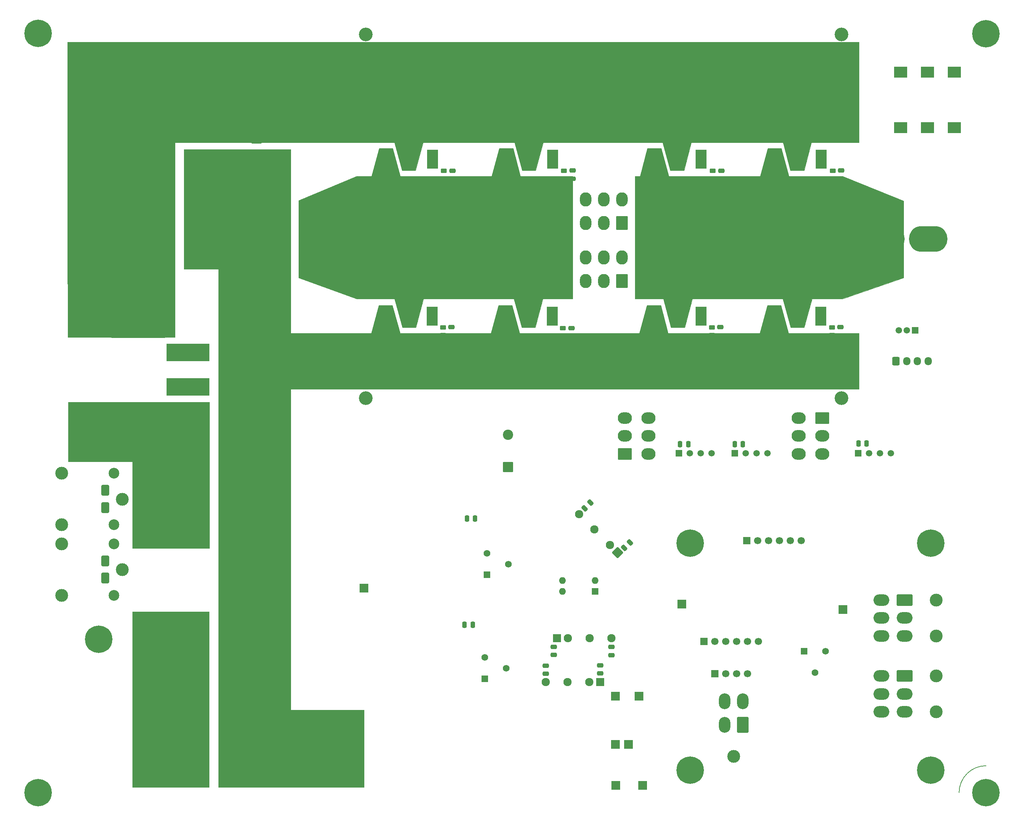
<source format=gbs>
%TF.GenerationSoftware,KiCad,Pcbnew,9.0.2*%
%TF.CreationDate,2026-01-04T16:23:38+07:00*%
%TF.ProjectId,Controller48V,436f6e74-726f-46c6-9c65-723438562e6b,rev?*%
%TF.SameCoordinates,Original*%
%TF.FileFunction,Soldermask,Bot*%
%TF.FilePolarity,Negative*%
%FSLAX46Y46*%
G04 Gerber Fmt 4.6, Leading zero omitted, Abs format (unit mm)*
G04 Created by KiCad (PCBNEW 9.0.2) date 2026-01-04 16:23:38*
%MOMM*%
%LPD*%
G01*
G04 APERTURE LIST*
G04 Aperture macros list*
%AMRoundRect*
0 Rectangle with rounded corners*
0 $1 Rounding radius*
0 $2 $3 $4 $5 $6 $7 $8 $9 X,Y pos of 4 corners*
0 Add a 4 corners polygon primitive as box body*
4,1,4,$2,$3,$4,$5,$6,$7,$8,$9,$2,$3,0*
0 Add four circle primitives for the rounded corners*
1,1,$1+$1,$2,$3*
1,1,$1+$1,$4,$5*
1,1,$1+$1,$6,$7*
1,1,$1+$1,$8,$9*
0 Add four rect primitives between the rounded corners*
20,1,$1+$1,$2,$3,$4,$5,0*
20,1,$1+$1,$4,$5,$6,$7,0*
20,1,$1+$1,$6,$7,$8,$9,0*
20,1,$1+$1,$8,$9,$2,$3,0*%
%AMHorizOval*
0 Thick line with rounded ends*
0 $1 width*
0 $2 $3 position (X,Y) of the first rounded end (center of the circle)*
0 $4 $5 position (X,Y) of the second rounded end (center of the circle)*
0 Add line between two ends*
20,1,$1,$2,$3,$4,$5,0*
0 Add two circle primitives to create the rounded ends*
1,1,$1,$2,$3*
1,1,$1,$4,$5*%
%AMFreePoly0*
4,1,5,1.500000,-1.250000,-1.500000,-1.250000,-1.500000,1.250000,1.500000,1.250000,1.500000,-1.250000,1.500000,-1.250000,$1*%
%AMFreePoly1*
4,1,5,5.000000,-2.000000,-5.000000,-2.000000,-5.000000,2.000000,5.000000,2.000000,5.000000,-2.000000,5.000000,-2.000000,$1*%
G04 Aperture macros list end*
%ADD10C,0.200000*%
%ADD11C,0.100000*%
%ADD12C,0.050000*%
%ADD13FreePoly0,0.000000*%
%ADD14FreePoly0,180.000000*%
%ADD15R,1.498600X1.498600*%
%ADD16C,1.498600*%
%ADD17RoundRect,0.250000X-0.600000X-0.725000X0.600000X-0.725000X0.600000X0.725000X-0.600000X0.725000X0*%
%ADD18O,1.700000X1.950000*%
%ADD19R,2.000000X2.000000*%
%ADD20C,6.400000*%
%ADD21RoundRect,0.250001X1.099999X1.399999X-1.099999X1.399999X-1.099999X-1.399999X1.099999X-1.399999X0*%
%ADD22O,2.700000X3.300000*%
%ADD23RoundRect,0.250001X1.399999X-1.099999X1.399999X1.099999X-1.399999X1.099999X-1.399999X-1.099999X0*%
%ADD24O,3.300000X2.700000*%
%ADD25RoundRect,0.102000X1.219759X0.000000X0.000000X1.219759X-1.219759X0.000000X0.000000X-1.219759X0*%
%ADD26C,1.929000*%
%ADD27RoundRect,0.102000X0.862500X0.862500X-0.862500X0.862500X-0.862500X-0.862500X0.862500X-0.862500X0*%
%ADD28R,1.700000X1.700000*%
%ADD29C,1.700000*%
%ADD30C,3.000000*%
%ADD31C,2.500000*%
%ADD32RoundRect,0.102000X-0.862500X-0.862500X0.862500X-0.862500X0.862500X0.862500X-0.862500X0.862500X0*%
%ADD33R,1.560000X1.560000*%
%ADD34C,1.560000*%
%ADD35C,0.800000*%
%ADD36RoundRect,0.250001X-1.599999X1.099999X-1.599999X-1.099999X1.599999X-1.099999X1.599999X1.099999X0*%
%ADD37O,3.700000X2.700000*%
%ADD38RoundRect,0.250001X-1.399999X1.099999X-1.399999X-1.099999X1.399999X-1.099999X1.399999X1.099999X0*%
%ADD39R,1.600000X1.600000*%
%ADD40O,1.600000X1.600000*%
%ADD41RoundRect,0.250001X0.949999X-0.949999X0.949999X0.949999X-0.949999X0.949999X-0.949999X-0.949999X0*%
%ADD42C,2.400000*%
%ADD43RoundRect,0.250001X1.099999X1.599999X-1.099999X1.599999X-1.099999X-1.599999X1.099999X-1.599999X0*%
%ADD44O,2.700000X3.700000*%
%ADD45C,4.000000*%
%ADD46R,2.500000X4.500000*%
%ADD47O,2.500000X4.500000*%
%ADD48RoundRect,0.250000X-0.475000X0.250000X-0.475000X-0.250000X0.475000X-0.250000X0.475000X0.250000X0*%
%ADD49RoundRect,0.250000X-0.250000X-0.475000X0.250000X-0.475000X0.250000X0.475000X-0.250000X0.475000X0*%
%ADD50RoundRect,0.250001X-0.949999X-0.949999X0.949999X-0.949999X0.949999X0.949999X-0.949999X0.949999X0*%
%ADD51RoundRect,0.250000X0.475000X-0.250000X0.475000X0.250000X-0.475000X0.250000X-0.475000X-0.250000X0*%
%ADD52RoundRect,0.250000X0.450000X-0.262500X0.450000X0.262500X-0.450000X0.262500X-0.450000X-0.262500X0*%
%ADD53R,1.500000X1.500000*%
%ADD54C,1.500000*%
%ADD55HorizOval,0.800000X0.000000X0.000000X0.000000X0.000000X0*%
%ADD56HorizOval,0.800000X0.000000X0.000000X0.000000X0.000000X0*%
%ADD57O,9.000000X6.000000*%
%ADD58RoundRect,0.250000X0.650000X-1.000000X0.650000X1.000000X-0.650000X1.000000X-0.650000X-1.000000X0*%
%ADD59RoundRect,0.250000X0.159099X-0.512652X0.512652X-0.159099X-0.159099X0.512652X-0.512652X0.159099X0*%
%ADD60C,12.000000*%
%ADD61FreePoly1,0.000000*%
%ADD62C,3.200000*%
%ADD63C,11.000000*%
%ADD64RoundRect,0.250001X-0.949999X0.949999X-0.949999X-0.949999X0.949999X-0.949999X0.949999X0.949999X0*%
G04 APERTURE END LIST*
D10*
X310721306Y-222778638D02*
G75*
G02*
X316999975Y-216499906I6278694J38D01*
G01*
D11*
X287328321Y-71000009D02*
X228773683Y-71002956D01*
X228773683Y-65665877D01*
X226816682Y-65665877D01*
X226816682Y-47500000D01*
X287328321Y-47500000D01*
X287328321Y-71000009D01*
G36*
X287328321Y-71000009D02*
G01*
X228773683Y-71002956D01*
X228773683Y-65665877D01*
X226816682Y-65665877D01*
X226816682Y-47500000D01*
X287328321Y-47500000D01*
X287328321Y-71000009D01*
G37*
X127759509Y-104000000D02*
X102686200Y-104000000D01*
X102686200Y-70994357D01*
X127759509Y-70994357D01*
X127759509Y-104000000D01*
G36*
X127759509Y-104000000D02*
G01*
X102686200Y-104000000D01*
X102686200Y-70994357D01*
X127759509Y-70994357D01*
X127759509Y-104000000D01*
G37*
D12*
X220508940Y-82188653D02*
X204604215Y-82188213D01*
X204605407Y-81873492D01*
X217194849Y-81853768D01*
X218606549Y-80499156D01*
X219712996Y-80311144D01*
X219747193Y-78887165D01*
X220508940Y-78885322D01*
X220508940Y-82188653D01*
G36*
X220508940Y-82188653D02*
G01*
X204604215Y-82188213D01*
X204605407Y-81873492D01*
X217194849Y-81853768D01*
X218606549Y-80499156D01*
X219712996Y-80311144D01*
X219747193Y-78887165D01*
X220508940Y-78885322D01*
X220508940Y-82188653D01*
G37*
D11*
X183907617Y-77479614D02*
X180741078Y-77476165D01*
X178985330Y-71000000D01*
X185666814Y-71000000D01*
X183907617Y-77479614D01*
G36*
X183907617Y-77479614D02*
G01*
X180741078Y-77476165D01*
X178985330Y-71000000D01*
X185666814Y-71000000D01*
X183907617Y-77479614D01*
G37*
X269146343Y-109013171D02*
X270905628Y-115499248D01*
X264224144Y-115499248D01*
X265976781Y-109011877D01*
X269146343Y-109013171D01*
G36*
X269146343Y-109013171D02*
G01*
X270905628Y-115499248D01*
X264224144Y-115499248D01*
X265976781Y-109011877D01*
X269146343Y-109013171D01*
G37*
X297777590Y-84611204D02*
X297764101Y-102513488D01*
X283500863Y-107478427D01*
X283500000Y-78833027D01*
X297777590Y-84611204D01*
G36*
X297777590Y-84611204D02*
G01*
X297764101Y-102513488D01*
X283500863Y-107478427D01*
X283500000Y-78833027D01*
X297777590Y-84611204D01*
G37*
X170140166Y-78883507D02*
X220531722Y-78883507D01*
X220531722Y-107476701D01*
X170140166Y-107476701D01*
X170140166Y-78883507D01*
G36*
X170140166Y-78883507D02*
G01*
X220531722Y-78883507D01*
X220531722Y-107476701D01*
X170140166Y-107476701D01*
X170140166Y-78883507D01*
G37*
X178581681Y-72343002D02*
X180340966Y-78829079D01*
X173659482Y-78829079D01*
X175412119Y-72341708D01*
X178581681Y-72343002D01*
G36*
X178581681Y-72343002D02*
G01*
X180340966Y-78829079D01*
X173659482Y-78829079D01*
X175412119Y-72341708D01*
X178581681Y-72343002D01*
G37*
X211942996Y-77479614D02*
X208776457Y-77476165D01*
X207020709Y-71000000D01*
X213702193Y-71000000D01*
X211942996Y-77479614D01*
G36*
X211942996Y-77479614D02*
G01*
X208776457Y-77476165D01*
X207020709Y-71000000D01*
X213702193Y-71000000D01*
X211942996Y-77479614D01*
G37*
X135791706Y-165748416D02*
X117796011Y-165719894D01*
X117865727Y-145484269D01*
X102879614Y-145500000D01*
X102879614Y-131578199D01*
X135791706Y-131578199D01*
X135791706Y-165748416D01*
G36*
X135791706Y-165748416D02*
G01*
X117796011Y-165719894D01*
X117865727Y-145484269D01*
X102879614Y-145500000D01*
X102879614Y-131578199D01*
X135791706Y-131578199D01*
X135791706Y-165748416D01*
G37*
X170140166Y-107478715D02*
X156643585Y-102575221D01*
X156641401Y-84596106D01*
X170140166Y-84500000D01*
X170140166Y-107478715D01*
G36*
X170140166Y-107478715D02*
G01*
X156643585Y-102575221D01*
X156641401Y-84596106D01*
X170140166Y-84500000D01*
X170140166Y-107478715D01*
G37*
X269232038Y-72338975D02*
X270991323Y-78825052D01*
X264309839Y-78825052D01*
X266062476Y-72337681D01*
X269232038Y-72338975D01*
G36*
X269232038Y-72338975D02*
G01*
X270991323Y-78825052D01*
X264309839Y-78825052D01*
X266062476Y-72337681D01*
X269232038Y-72338975D01*
G37*
X206402460Y-109009047D02*
X208161745Y-115495124D01*
X201480261Y-115495124D01*
X203232898Y-109007753D01*
X206402460Y-109009047D01*
G36*
X206402460Y-109009047D02*
G01*
X208161745Y-115495124D01*
X201480261Y-115495124D01*
X203232898Y-109007753D01*
X206402460Y-109009047D01*
G37*
X127748192Y-104505540D02*
X127769676Y-116453186D01*
X123150939Y-116500000D01*
X102749216Y-116446736D01*
X102686200Y-70994357D01*
X127759509Y-70994357D01*
X127748192Y-104505540D01*
G36*
X127748192Y-104505540D02*
G01*
X127769676Y-116453186D01*
X123150939Y-116500000D01*
X102749216Y-116446736D01*
X102686200Y-70994357D01*
X127759509Y-70994357D01*
X127748192Y-104505540D01*
G37*
X274529123Y-77479614D02*
X271362584Y-77476165D01*
X269606836Y-71000000D01*
X276288320Y-71000000D01*
X274529123Y-77479614D01*
G36*
X274529123Y-77479614D02*
G01*
X271362584Y-77476165D01*
X269606836Y-71000000D01*
X276288320Y-71000000D01*
X274529123Y-77479614D01*
G37*
X206612919Y-72355310D02*
X208372204Y-78841387D01*
X201690720Y-78841387D01*
X203443357Y-72354016D01*
X206612919Y-72355310D01*
G36*
X206612919Y-72355310D02*
G01*
X208372204Y-78841387D01*
X201690720Y-78841387D01*
X203443357Y-72354016D01*
X206612919Y-72355310D01*
G37*
X246495169Y-77485707D02*
X243328630Y-77482258D01*
X241572882Y-71006093D01*
X248254366Y-71006093D01*
X246495169Y-77485707D01*
G36*
X246495169Y-77485707D02*
G01*
X243328630Y-77482258D01*
X241572882Y-71006093D01*
X248254366Y-71006093D01*
X246495169Y-77485707D01*
G37*
X217311149Y-78877702D02*
X217312642Y-79100371D01*
X216485151Y-80075836D01*
X192524595Y-80075836D01*
X191502230Y-79129367D01*
X191500000Y-78875345D01*
X217311149Y-78877702D01*
G36*
X217311149Y-78877702D02*
G01*
X217312642Y-79100371D01*
X216485151Y-80075836D01*
X192524595Y-80075836D01*
X191502230Y-79129367D01*
X191500000Y-78875345D01*
X217311149Y-78877702D01*
G37*
X269232960Y-72339727D02*
X270992245Y-78825804D01*
X264310761Y-78825804D01*
X266063398Y-72338433D01*
X269232960Y-72339727D01*
G36*
X269232960Y-72339727D02*
G01*
X270992245Y-78825804D01*
X264310761Y-78825804D01*
X266063398Y-72338433D01*
X269232960Y-72339727D01*
G37*
X170140166Y-84500000D02*
X220531722Y-84500000D01*
X220531722Y-107476701D01*
X170140166Y-107476701D01*
X170140166Y-84500000D01*
G36*
X170140166Y-84500000D02*
G01*
X220531722Y-84500000D01*
X220531722Y-107476701D01*
X170140166Y-107476701D01*
X170140166Y-84500000D01*
G37*
X241080985Y-109020143D02*
X242840270Y-115506220D01*
X236158786Y-115506220D01*
X237911423Y-109018849D01*
X241080985Y-109020143D01*
G36*
X241080985Y-109020143D02*
G01*
X242840270Y-115506220D01*
X236158786Y-115506220D01*
X237911423Y-109018849D01*
X241080985Y-109020143D01*
G37*
X235073506Y-78829144D02*
X283500863Y-78829144D01*
X283500863Y-107480585D01*
X235073506Y-107480585D01*
X235073506Y-78829144D01*
G36*
X235073506Y-78829144D02*
G01*
X283500863Y-78829144D01*
X283500863Y-107480585D01*
X235073506Y-107480585D01*
X235073506Y-78829144D01*
G37*
X241190335Y-72355084D02*
X242949620Y-78841161D01*
X236268136Y-78841161D01*
X238020773Y-72353790D01*
X241190335Y-72355084D01*
G36*
X241190335Y-72355084D02*
G01*
X242949620Y-78841161D01*
X236268136Y-78841161D01*
X238020773Y-72353790D01*
X241190335Y-72355084D01*
G37*
X178581681Y-72343002D02*
X180340966Y-78829079D01*
X173659482Y-78829079D01*
X175412119Y-72341708D01*
X178581681Y-72343002D01*
G36*
X178581681Y-72343002D02*
G01*
X180340966Y-78829079D01*
X173659482Y-78829079D01*
X175412119Y-72341708D01*
X178581681Y-72343002D01*
G37*
X135687858Y-221500000D02*
X117811473Y-221500000D01*
X117811473Y-180569386D01*
X135687858Y-180569386D01*
X135687858Y-221500000D01*
G36*
X135687858Y-221500000D02*
G01*
X117811473Y-221500000D01*
X117811473Y-180569386D01*
X135687858Y-180569386D01*
X135687858Y-221500000D01*
G37*
X170140166Y-107478715D02*
X156643585Y-102575221D01*
X156641401Y-84596106D01*
X170140166Y-78883507D01*
X170140166Y-107478715D01*
G36*
X170140166Y-107478715D02*
G01*
X156643585Y-102575221D01*
X156641401Y-84596106D01*
X170140166Y-78883507D01*
X170140166Y-107478715D01*
G37*
X211942519Y-77478861D02*
X208775980Y-77475412D01*
X207020232Y-70999247D01*
X213701716Y-70999247D01*
X211942519Y-77478861D01*
G36*
X211942519Y-77478861D02*
G01*
X208775980Y-77475412D01*
X207020232Y-70999247D01*
X213701716Y-70999247D01*
X211942519Y-77478861D01*
G37*
X154716838Y-203500000D02*
X171878990Y-203500000D01*
X171878990Y-221500000D01*
X137901981Y-221500000D01*
X137901981Y-100500000D01*
X129878990Y-100500000D01*
X129878990Y-72578887D01*
X154716838Y-72578887D01*
X154716838Y-203500000D01*
G36*
X154716838Y-203500000D02*
G01*
X171878990Y-203500000D01*
X171878990Y-221500000D01*
X137901981Y-221500000D01*
X137901981Y-100500000D01*
X129878990Y-100500000D01*
X129878990Y-72578887D01*
X154716838Y-72578887D01*
X154716838Y-203500000D01*
G37*
D12*
X189216946Y-78847481D02*
X189289915Y-80399630D01*
X190409419Y-80481888D01*
X191824800Y-81826861D01*
X202277977Y-81826861D01*
X202535918Y-82535509D01*
X203892403Y-83876580D01*
X219701127Y-83876580D01*
X220531722Y-84500000D01*
X156597337Y-84562122D01*
X170133685Y-78834592D01*
X189216946Y-78847481D01*
G36*
X189216946Y-78847481D02*
G01*
X189289915Y-80399630D01*
X190409419Y-80481888D01*
X191824800Y-81826861D01*
X202277977Y-81826861D01*
X202535918Y-82535509D01*
X203892403Y-83876580D01*
X219701127Y-83876580D01*
X220531722Y-84500000D01*
X156597337Y-84562122D01*
X170133685Y-78834592D01*
X189216946Y-78847481D01*
G37*
D11*
X287355480Y-71000000D02*
X155500000Y-71000000D01*
X155500000Y-68502232D01*
X267000000Y-69000000D01*
X267000000Y-65500000D01*
X151500000Y-65500000D01*
X151500000Y-70999943D01*
X102686200Y-70994357D01*
X102704796Y-47500000D01*
X287355480Y-47500000D01*
X287355480Y-71000000D01*
G36*
X287355480Y-71000000D02*
G01*
X155500000Y-71000000D01*
X155500000Y-68502232D01*
X267000000Y-69000000D01*
X267000000Y-65500000D01*
X151500000Y-65500000D01*
X151500000Y-70999943D01*
X102686200Y-70994357D01*
X102704796Y-47500000D01*
X287355480Y-47500000D01*
X287355480Y-71000000D01*
G37*
X241166680Y-72345947D02*
X242925965Y-78832024D01*
X236244481Y-78832024D01*
X237997118Y-72344653D01*
X241166680Y-72345947D01*
G36*
X241166680Y-72345947D02*
G01*
X242925965Y-78832024D01*
X236244481Y-78832024D01*
X237997118Y-72344653D01*
X241166680Y-72345947D01*
G37*
X287331369Y-128508463D02*
X154331369Y-128508463D01*
X154331369Y-115508463D01*
X287331369Y-115508463D01*
X287331369Y-128508463D01*
G36*
X287331369Y-128508463D02*
G01*
X154331369Y-128508463D01*
X154331369Y-115508463D01*
X287331369Y-115508463D01*
X287331369Y-128508463D01*
G37*
X246492616Y-77482559D02*
X243326077Y-77479110D01*
X241570329Y-71002945D01*
X248251813Y-71002945D01*
X246492616Y-77482559D01*
G36*
X246492616Y-77482559D02*
G01*
X243326077Y-77479110D01*
X241570329Y-71002945D01*
X248251813Y-71002945D01*
X246492616Y-77482559D01*
G37*
X274573796Y-114137438D02*
X271404234Y-114136144D01*
X269509329Y-107150067D01*
X276461514Y-107150067D01*
X274573796Y-114137438D01*
G36*
X274573796Y-114137438D02*
G01*
X271404234Y-114136144D01*
X269509329Y-107150067D01*
X276461514Y-107150067D01*
X274573796Y-114137438D01*
G37*
X183907617Y-77479614D02*
X180741078Y-77476165D01*
X178985330Y-71000000D01*
X185666814Y-71000000D01*
X183907617Y-77479614D01*
G36*
X183907617Y-77479614D02*
G01*
X180741078Y-77476165D01*
X178985330Y-71000000D01*
X185666814Y-71000000D01*
X183907617Y-77479614D01*
G37*
X183972901Y-114143181D02*
X180803339Y-114141887D01*
X178908434Y-107155810D01*
X185860619Y-107155810D01*
X183972901Y-114143181D01*
G36*
X183972901Y-114143181D02*
G01*
X180803339Y-114141887D01*
X178908434Y-107155810D01*
X185860619Y-107155810D01*
X183972901Y-114143181D01*
G37*
X246686720Y-114141199D02*
X243517158Y-114139905D01*
X241622253Y-107153828D01*
X248574438Y-107153828D01*
X246686720Y-114141199D01*
G36*
X246686720Y-114141199D02*
G01*
X243517158Y-114139905D01*
X241622253Y-107153828D01*
X248574438Y-107153828D01*
X246686720Y-114141199D01*
G37*
X206616583Y-72342249D02*
X208375868Y-78828326D01*
X201694384Y-78828326D01*
X203447021Y-72340955D01*
X206616583Y-72342249D01*
G36*
X206616583Y-72342249D02*
G01*
X208375868Y-78828326D01*
X201694384Y-78828326D01*
X203447021Y-72340955D01*
X206616583Y-72342249D01*
G37*
X211830305Y-114141199D02*
X208660743Y-114139905D01*
X206765838Y-107153828D01*
X213718023Y-107153828D01*
X211830305Y-114141199D01*
G36*
X211830305Y-114141199D02*
G01*
X208660743Y-114139905D01*
X206765838Y-107153828D01*
X213718023Y-107153828D01*
X211830305Y-114141199D01*
G37*
X102704796Y-47500000D02*
X228816682Y-47500000D01*
X228816682Y-71000000D01*
X102704796Y-71000000D01*
X102704796Y-47500000D01*
G36*
X102704796Y-47500000D02*
G01*
X228816682Y-47500000D01*
X228816682Y-71000000D01*
X102704796Y-71000000D01*
X102704796Y-47500000D01*
G37*
X178495986Y-109017198D02*
X180286549Y-115618591D01*
X173542633Y-115618591D01*
X175326424Y-109015904D01*
X178495986Y-109017198D01*
G36*
X178495986Y-109017198D02*
G01*
X180286549Y-115618591D01*
X173542633Y-115618591D01*
X175326424Y-109015904D01*
X178495986Y-109017198D01*
G37*
X274527881Y-77479349D02*
X271361342Y-77475900D01*
X269605594Y-70999735D01*
X276287078Y-70999735D01*
X274527881Y-77479349D01*
G36*
X274527881Y-77479349D02*
G01*
X271361342Y-77475900D01*
X269605594Y-70999735D01*
X276287078Y-70999735D01*
X274527881Y-77479349D01*
G37*
D13*
%TO.C,H7*%
X133500000Y-219000000D03*
X133500000Y-206000000D03*
D14*
X127249893Y-219000000D03*
X127249893Y-206000000D03*
X121000000Y-219000000D03*
X121000000Y-206000000D03*
%TD*%
D15*
%TO.C,PS6*%
X287190000Y-143533200D03*
D16*
X289730000Y-143533200D03*
X292270000Y-143533200D03*
X294810000Y-143533200D03*
%TD*%
D17*
%TO.C,J17*%
X296000000Y-122000000D03*
D18*
X298500000Y-122000000D03*
X301000000Y-122000000D03*
X303500000Y-122000000D03*
%TD*%
D19*
%TO.C,TP8*%
X236839930Y-221130745D03*
%TD*%
%TO.C,TP9*%
X236000000Y-200236009D03*
%TD*%
D20*
%TO.C,H3*%
X304073857Y-217500000D03*
%TD*%
D19*
%TO.C,TP1*%
X171842076Y-175000000D03*
%TD*%
D14*
%TO.C,H5*%
X297073750Y-54528669D03*
X297073750Y-67528669D03*
D13*
X303323857Y-54528669D03*
X303323857Y-67528669D03*
X309573750Y-54528669D03*
X309573750Y-67528669D03*
%TD*%
D21*
%TO.C,J15*%
X232023857Y-103278669D03*
D22*
X227823857Y-103278669D03*
X223623857Y-103278669D03*
X232023857Y-97778669D03*
X227823857Y-97778669D03*
X223623857Y-97778669D03*
%TD*%
D23*
%TO.C,J14*%
X232750000Y-143705000D03*
D24*
X232750000Y-139505000D03*
X232750000Y-135305000D03*
X238250000Y-143705000D03*
X238250000Y-139505000D03*
X238250000Y-135305000D03*
%TD*%
D25*
%TO.C,PS5*%
X231042138Y-166738728D03*
D26*
X229246087Y-164942676D03*
X225653984Y-161350574D03*
X222061882Y-157758472D03*
%TD*%
D15*
%TO.C,PS1*%
X245370000Y-143570700D03*
D16*
X247910000Y-143570700D03*
X252990000Y-143570700D03*
X250450000Y-143570700D03*
%TD*%
D27*
%TO.C,PS4*%
X227000000Y-196990883D03*
D26*
X224460000Y-196990883D03*
X219380000Y-196990883D03*
X214300000Y-196990883D03*
%TD*%
D19*
%TO.C,TP5*%
X283573857Y-180000000D03*
%TD*%
D28*
%TO.C,J9*%
X253690000Y-195000000D03*
D29*
X256230000Y-195000000D03*
X258770000Y-195000000D03*
X261310000Y-195000000D03*
%TD*%
D19*
%TO.C,TP4*%
X246000000Y-178750000D03*
%TD*%
D20*
%TO.C,H1*%
X304073857Y-164500000D03*
%TD*%
D30*
%TO.C,K2*%
X115500000Y-170750000D03*
D31*
X113550000Y-164700000D03*
D30*
X101350000Y-164700000D03*
X101300000Y-176750000D03*
D31*
X113550000Y-176700000D03*
%TD*%
D19*
%TO.C,TP3*%
X233583160Y-211500000D03*
%TD*%
D32*
%TO.C,PS2*%
X216900836Y-186708361D03*
D26*
X219440836Y-186708361D03*
X224520836Y-186708361D03*
X229600836Y-186708361D03*
%TD*%
D33*
%TO.C,RV1*%
X200550000Y-171925000D03*
D34*
X205550000Y-169425000D03*
X200550000Y-166925000D03*
%TD*%
D35*
%TO.C,H10*%
X107600000Y-187000000D03*
X108302944Y-185302944D03*
X108302944Y-188697056D03*
X110000000Y-184600000D03*
D20*
X110000000Y-187000000D03*
D35*
X110000000Y-189400000D03*
X111697056Y-185302944D03*
X111697056Y-188697056D03*
X112400000Y-187000000D03*
%TD*%
%TO.C,H9*%
X107600000Y-92000000D03*
X108302944Y-90302944D03*
X108302944Y-93697056D03*
X110000000Y-89600000D03*
D20*
X110000000Y-92000000D03*
D35*
X110000000Y-94400000D03*
X111697056Y-90302944D03*
X111697056Y-93697056D03*
X112400000Y-92000000D03*
%TD*%
D20*
%TO.C,H2*%
X248000000Y-164500000D03*
%TD*%
D33*
%TO.C,RV3*%
X274573857Y-189788669D03*
D34*
X277073857Y-194788669D03*
X279573857Y-189788669D03*
%TD*%
D19*
%TO.C,TP7*%
X230522766Y-211496210D03*
%TD*%
D28*
%TO.C,J22*%
X261175000Y-163975000D03*
D29*
X263715000Y-163975000D03*
X266255000Y-163975000D03*
X268795000Y-163975000D03*
X271335000Y-163975000D03*
X273875000Y-163975000D03*
%TD*%
D28*
%TO.C,J19*%
X251175000Y-187475000D03*
D29*
X253715000Y-187475000D03*
X256255000Y-187475000D03*
X258795000Y-187475000D03*
X261335000Y-187475000D03*
X263875000Y-187475000D03*
%TD*%
D20*
%TO.C,H11*%
X95823857Y-45500000D03*
%TD*%
D19*
%TO.C,TP2*%
X230583160Y-221130745D03*
%TD*%
D20*
%TO.C,H14*%
X316987657Y-222778638D03*
%TD*%
D14*
%TO.C,H6*%
X159323857Y-87028669D03*
X159323857Y-100028669D03*
D13*
X165573964Y-87028669D03*
X165573964Y-100028669D03*
X171823857Y-87028669D03*
X171823857Y-100028669D03*
%TD*%
D30*
%TO.C,J12*%
X305348857Y-177795000D03*
X305348857Y-186195000D03*
D36*
X298048857Y-177795000D03*
D37*
X298048857Y-181995000D03*
X298048857Y-186195000D03*
X292548857Y-177795000D03*
X292548857Y-181995000D03*
X292548857Y-186195000D03*
%TD*%
D20*
%TO.C,H4*%
X248000000Y-217500000D03*
%TD*%
D15*
%TO.C,PS3*%
X258380000Y-143533200D03*
D16*
X260920000Y-143533200D03*
X266000000Y-143533200D03*
X263460000Y-143533200D03*
%TD*%
D30*
%TO.C,J13*%
X305348857Y-195516331D03*
X305348857Y-203916331D03*
D36*
X298048857Y-195516331D03*
D37*
X298048857Y-199716331D03*
X298048857Y-203916331D03*
X292548857Y-195516331D03*
X292548857Y-199716331D03*
X292548857Y-203916331D03*
%TD*%
D33*
%TO.C,RV2*%
X200023857Y-196229922D03*
D34*
X205023857Y-193729922D03*
X200023857Y-191229922D03*
%TD*%
D20*
%TO.C,H12*%
X316939651Y-45560337D03*
%TD*%
D38*
%TO.C,J11*%
X278750000Y-135295000D03*
D24*
X278750000Y-139495000D03*
X278750000Y-143695000D03*
X273250000Y-135295000D03*
X273250000Y-139495000D03*
X273250000Y-143695000D03*
%TD*%
D39*
%TO.C,U11*%
X225803857Y-175783669D03*
D40*
X225803857Y-173243669D03*
X218183857Y-173243669D03*
X218183857Y-175783669D03*
%TD*%
D20*
%TO.C,H13*%
X95823857Y-222778669D03*
%TD*%
D21*
%TO.C,J16*%
X232023857Y-89778669D03*
D22*
X227823857Y-89778669D03*
X223623857Y-89778669D03*
X232023857Y-84278669D03*
X227823857Y-84278669D03*
X223623857Y-84278669D03*
%TD*%
D41*
%TO.C,C41*%
X205500000Y-146750000D03*
D42*
X205500000Y-139250000D03*
%TD*%
D30*
%TO.C,J8*%
X258150000Y-214275000D03*
D43*
X260250000Y-206975000D03*
D44*
X256050000Y-206975000D03*
X260250000Y-201475000D03*
X256050000Y-201475000D03*
%TD*%
D13*
%TO.C,H8*%
X169250000Y-219000000D03*
X169250000Y-206000000D03*
D14*
X162999893Y-219000000D03*
X162999893Y-206000000D03*
X156750000Y-219000000D03*
X156750000Y-206000000D03*
%TD*%
D30*
%TO.C,K1*%
X115500000Y-154250000D03*
D31*
X113550000Y-148200000D03*
D30*
X101350000Y-148200000D03*
X101300000Y-160250000D03*
D31*
X113550000Y-160200000D03*
%TD*%
D19*
%TO.C,TP6*%
X230500000Y-200250000D03*
%TD*%
D45*
%TO.C,Q3*%
X273073857Y-55013669D03*
D46*
X278523857Y-74873669D03*
D47*
X273073857Y-74873669D03*
X267623857Y-74873669D03*
%TD*%
D48*
%TO.C,C5*%
X283033533Y-114085223D03*
X283033533Y-115985223D03*
%TD*%
D49*
%TO.C,C20*%
X258361782Y-141424999D03*
X260261782Y-141424999D03*
%TD*%
D45*
%TO.C,Q7*%
X182423857Y-55028669D03*
D46*
X187873857Y-74888669D03*
D47*
X182423857Y-74888669D03*
X176973857Y-74888669D03*
%TD*%
D48*
%TO.C,C4*%
X283217482Y-77525391D03*
X283217482Y-79425391D03*
%TD*%
%TO.C,C8*%
X220500000Y-77528669D03*
X220500000Y-79428669D03*
%TD*%
D45*
%TO.C,Q5*%
X210468304Y-55011979D03*
D46*
X215918304Y-74871979D03*
D47*
X210468304Y-74871979D03*
X205018304Y-74871979D03*
%TD*%
D50*
%TO.C,C29*%
X125311103Y-92028669D03*
D42*
X132811103Y-92028669D03*
%TD*%
D51*
%TO.C,C53*%
X214293115Y-195013072D03*
X214293115Y-193113072D03*
%TD*%
D52*
%TO.C,R14*%
X190283533Y-115947723D03*
X190283533Y-114122723D03*
%TD*%
%TO.C,R5*%
X253217482Y-79437891D03*
X253217482Y-77612891D03*
%TD*%
D53*
%TO.C,U1*%
X300433857Y-114853669D03*
D54*
X298523857Y-114853669D03*
X296613857Y-114853669D03*
D55*
X297473857Y-94083669D03*
D56*
X297473857Y-92823669D03*
D35*
X296723857Y-95113669D03*
X296723857Y-91793669D03*
X295523857Y-95503669D03*
X295523857Y-91403669D03*
X294193857Y-95503669D03*
X294193857Y-91403669D03*
D57*
X293523857Y-93453669D03*
D35*
X292853857Y-95503669D03*
X292853857Y-91403669D03*
X291523857Y-95503669D03*
X291523857Y-91403669D03*
X290323857Y-95113669D03*
X290323857Y-91793669D03*
X289573857Y-94083669D03*
X289573857Y-92823669D03*
X307473857Y-94083669D03*
X307473857Y-92823669D03*
X306723857Y-95113669D03*
X306723857Y-91793669D03*
X305523857Y-95503669D03*
X305523857Y-91403669D03*
X304193857Y-95503669D03*
X304193857Y-91403669D03*
D57*
X303523857Y-93453669D03*
D35*
X302853857Y-95503669D03*
X302853857Y-91403669D03*
X301523857Y-95503669D03*
X301523857Y-91403669D03*
X300323857Y-95113669D03*
X300323857Y-91793669D03*
D56*
X299573857Y-94083669D03*
D55*
X299573857Y-92823669D03*
%TD*%
D58*
%TO.C,D5*%
X111450000Y-172700000D03*
X111450000Y-168700000D03*
%TD*%
D48*
%TO.C,C62*%
X216116979Y-188729692D03*
X216116979Y-190629692D03*
%TD*%
%TO.C,C1*%
X255217482Y-77575391D03*
X255217482Y-79475391D03*
%TD*%
D45*
%TO.C,Q1*%
X245073857Y-55013669D03*
D46*
X250523857Y-74873669D03*
D47*
X245073857Y-74873669D03*
X239623857Y-74873669D03*
%TD*%
D49*
%TO.C,C19*%
X245635000Y-141425000D03*
X247535000Y-141425000D03*
%TD*%
D52*
%TO.C,R20*%
X218283533Y-116147723D03*
X218283533Y-114322723D03*
%TD*%
D59*
%TO.C,C50*%
X223328249Y-156421751D03*
X224671751Y-155078249D03*
%TD*%
D48*
%TO.C,C12*%
X220283533Y-114285223D03*
X220283533Y-116185223D03*
%TD*%
D49*
%TO.C,C30*%
X195900000Y-158775000D03*
X197800000Y-158775000D03*
%TD*%
D52*
%TO.C,R13*%
X218500000Y-79391169D03*
X218500000Y-77566169D03*
%TD*%
D48*
%TO.C,C11*%
X192500000Y-77578669D03*
X192500000Y-79478669D03*
%TD*%
D45*
%TO.C,Q6*%
X182323857Y-91693669D03*
D46*
X187773857Y-111553669D03*
D47*
X182323857Y-111553669D03*
X176873857Y-111553669D03*
%TD*%
D50*
%TO.C,C33*%
X125323857Y-74028669D03*
D42*
X132823857Y-74028669D03*
%TD*%
D48*
%TO.C,C61*%
X229616979Y-188779692D03*
X229616979Y-190679692D03*
%TD*%
D51*
%TO.C,C54*%
X227000000Y-194950000D03*
X227000000Y-193050000D03*
%TD*%
D48*
%TO.C,C9*%
X192283533Y-114085223D03*
X192283533Y-115985223D03*
%TD*%
D49*
%TO.C,C42*%
X287240000Y-141283200D03*
X289140000Y-141283200D03*
%TD*%
D60*
%TO.C,K4*%
X115214982Y-109528669D03*
D61*
X130823857Y-120028669D03*
D60*
X115214982Y-138378669D03*
D61*
X130823857Y-128028669D03*
%TD*%
D52*
%TO.C,R6*%
X253033533Y-115947723D03*
X253033533Y-114122723D03*
%TD*%
D45*
%TO.C,Q4*%
X273023857Y-91678669D03*
D46*
X278473857Y-111538669D03*
D47*
X273023857Y-111538669D03*
X267573857Y-111538669D03*
%TD*%
D62*
%TO.C,HS1*%
X172250000Y-130700000D03*
X283250000Y-130700000D03*
X172250000Y-45750000D03*
X283250000Y-45750000D03*
%TD*%
D59*
%TO.C,C49*%
X232578249Y-165671751D03*
X233921751Y-164328249D03*
%TD*%
D48*
%TO.C,C2*%
X255033533Y-114085223D03*
X255033533Y-115985223D03*
%TD*%
D52*
%TO.C,R19*%
X190500000Y-79441169D03*
X190500000Y-77616169D03*
%TD*%
%TO.C,R12*%
X281033533Y-115947723D03*
X281033533Y-114122723D03*
%TD*%
D49*
%TO.C,C31*%
X195323857Y-183579922D03*
X197223857Y-183579922D03*
%TD*%
D63*
%TO.C,F1*%
X127000000Y-188000000D03*
X127000000Y-158000000D03*
%TD*%
D45*
%TO.C,Q2*%
X245073857Y-91702638D03*
D46*
X250523857Y-111562638D03*
D47*
X245073857Y-111562638D03*
X239623857Y-111562638D03*
%TD*%
D58*
%TO.C,D4*%
X111450000Y-156200000D03*
X111450000Y-152200000D03*
%TD*%
D64*
%TO.C,C32*%
X146823857Y-70015915D03*
D42*
X146823857Y-77515915D03*
%TD*%
D45*
%TO.C,Q8*%
X210323857Y-91678669D03*
D46*
X215773857Y-111538669D03*
D47*
X210323857Y-111538669D03*
X204873857Y-111538669D03*
%TD*%
D52*
%TO.C,R11*%
X281217482Y-79387891D03*
X281217482Y-77562891D03*
%TD*%
M02*

</source>
